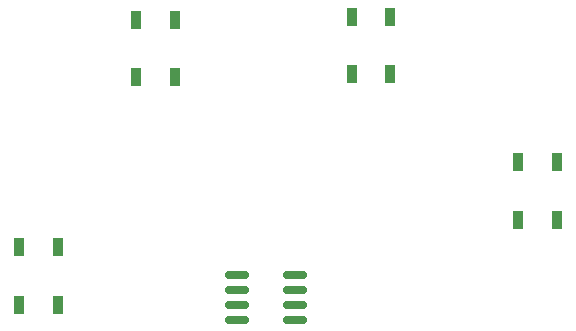
<source format=gbr>
G04 #@! TF.GenerationSoftware,KiCad,Pcbnew,9.0.1*
G04 #@! TF.CreationDate,2025-04-26T02:46:57-04:00*
G04 #@! TF.ProjectId,SwerveModuleBoard,53776572-7665-44d6-9f64-756c65426f61,REV1*
G04 #@! TF.SameCoordinates,Original*
G04 #@! TF.FileFunction,Paste,Bot*
G04 #@! TF.FilePolarity,Positive*
%FSLAX46Y46*%
G04 Gerber Fmt 4.6, Leading zero omitted, Abs format (unit mm)*
G04 Created by KiCad (PCBNEW 9.0.1) date 2025-04-26 02:46:57*
%MOMM*%
%LPD*%
G01*
G04 APERTURE LIST*
G04 Aperture macros list*
%AMRoundRect*
0 Rectangle with rounded corners*
0 $1 Rounding radius*
0 $2 $3 $4 $5 $6 $7 $8 $9 X,Y pos of 4 corners*
0 Add a 4 corners polygon primitive as box body*
4,1,4,$2,$3,$4,$5,$6,$7,$8,$9,$2,$3,0*
0 Add four circle primitives for the rounded corners*
1,1,$1+$1,$2,$3*
1,1,$1+$1,$4,$5*
1,1,$1+$1,$6,$7*
1,1,$1+$1,$8,$9*
0 Add four rect primitives between the rounded corners*
20,1,$1+$1,$2,$3,$4,$5,0*
20,1,$1+$1,$4,$5,$6,$7,0*
20,1,$1+$1,$6,$7,$8,$9,0*
20,1,$1+$1,$8,$9,$2,$3,0*%
G04 Aperture macros list end*
%ADD10RoundRect,0.090000X0.360000X-0.660000X0.360000X0.660000X-0.360000X0.660000X-0.360000X-0.660000X0*%
%ADD11RoundRect,0.090000X-0.360000X0.660000X-0.360000X-0.660000X0.360000X-0.660000X0.360000X0.660000X0*%
%ADD12RoundRect,0.150000X0.825000X0.150000X-0.825000X0.150000X-0.825000X-0.150000X0.825000X-0.150000X0*%
G04 APERTURE END LIST*
D10*
X92300000Y-78650000D03*
X89000000Y-78650000D03*
X89000000Y-73750000D03*
X92300000Y-73750000D03*
D11*
X121350000Y-85800000D03*
X124650000Y-85800000D03*
X124650000Y-90700000D03*
X121350000Y-90700000D03*
D12*
X102475000Y-95345000D03*
X102475000Y-96615000D03*
X102475000Y-97885000D03*
X102475000Y-99155000D03*
X97525000Y-99155000D03*
X97525000Y-97885000D03*
X97525000Y-96615000D03*
X97525000Y-95345000D03*
D10*
X110550000Y-78400000D03*
X107250000Y-78400000D03*
X107250000Y-73500000D03*
X110550000Y-73500000D03*
X82400000Y-97950000D03*
X79100000Y-97950000D03*
X79100000Y-93050000D03*
X82400000Y-93050000D03*
M02*

</source>
